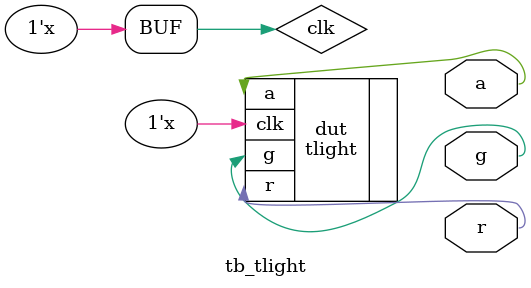
<source format=sv>
`timescale 1ns / 1ps

module tb_tlight(
  output r,
  output a,
  output g);

  logic clk;      // clock signal we are going to generate

                  // instantiate design under test (dut)
  tlight dut(.clk(clk), .r(r), .a(a), .g(g));

  initial         // sequence of events to simulate
    begin
      clk = 0;   // at time=0 set clock to zero
    end

  always #5       // every five simulation units...
    clk <= !clk;  // ...invert the clock

                  // produce debug output on the negative edge of the clock
  always @(negedge clk)
    $display("time=%05d: (r,a,g) = (%1d,%1d,%1d)",
      $time,      // simulator time
      r, a, g);   // outputs to display: red, amber, green

endmodule // tb_tlight

</source>
